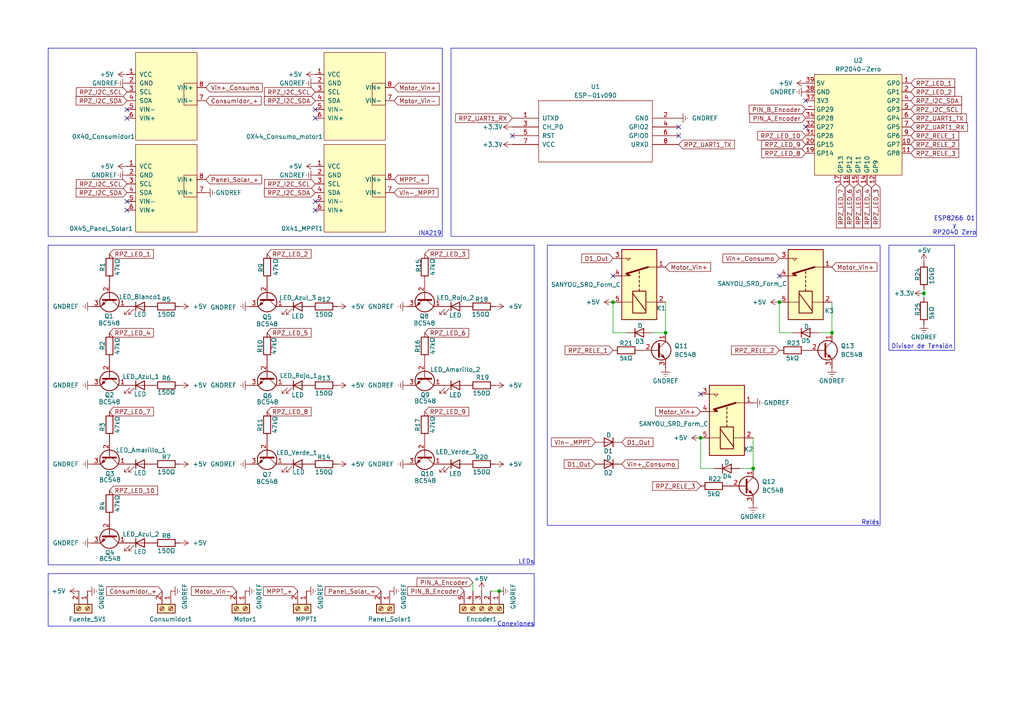
<source format=kicad_sch>
(kicad_sch (version 20231120) (generator "eeschema") (generator_version "8.0")
  (paper "A4")
  (title_block (title "Etapa de Control") (date "28/10/2024") (rev "2") (company "IMPA - Gravicap"))
  (junction (at 241.3 96.52))
  (junction (at 177.8 87.63))
  (junction (at 267.97 85.09))
  (junction (at 193.04 96.52))
  (junction (at 203.2 127))
  (junction (at 226.06 87.63))
  (junction (at 144.78 171.45))
  (junction (at 218.44 135.89))
  (no_connect (at 148.59 39.37))
  (no_connect (at 196.85 39.37))
  (no_connect (at 233.68 36.83))
  (no_connect (at 36.83 58.42))
  (no_connect (at 91.44 60.96))
  (no_connect (at 177.8 80.01))
  (no_connect (at 91.44 58.42))
  (no_connect (at 196.85 36.83))
  (no_connect (at 36.83 34.29))
  (no_connect (at 91.44 34.29))
  (no_connect (at 36.83 31.75))
  (no_connect (at 91.44 31.75))
  (no_connect (at 233.68 29.21))
  (no_connect (at 36.83 60.96))
  (no_connect (at 203.2 114.3))
  (no_connect (at 226.06 80.01))
  (wire (pts (xy 142.24 171.45) (xy 144.78 171.45)))
  (wire (pts (xy 267.97 85.09) (xy 267.97 86.36)))
  (wire (pts (xy 229.87 96.52) (xy 226.06 96.52)))
  (wire (pts (xy 193.04 87.63) (xy 193.04 96.52)))
  (wire (pts (xy 241.3 96.52) (xy 241.3 87.63)))
  (wire (pts (xy 137.16 168.91) (xy 137.16 171.45)))
  (wire (pts (xy 203.2 135.89) (xy 203.2 127)))
  (wire (pts (xy 214.63 135.89) (xy 218.44 135.89)))
  (wire (pts (xy 218.44 135.89) (xy 218.44 127)))
  (wire (pts (xy 181.61 96.52) (xy 177.8 96.52)))
  (wire (pts (xy 177.8 96.52) (xy 177.8 87.63)))
  (wire (pts (xy 226.06 96.52) (xy 226.06 87.63)))
  (wire (pts (xy 267.97 83.82) (xy 267.97 85.09)))
  (wire (pts (xy 207.01 135.89) (xy 203.2 135.89)))
  (wire (pts (xy 189.23 96.52) (xy 193.04 96.52)))
  (wire (pts (xy 237.49 96.52) (xy 241.3 96.52)))
  (rectangle (start 257.81 71.12) (end 276.86 101.6))
  (rectangle (start 158.75 71.12) (end 255.27 152.4))
  (rectangle (start 13.97 13.97) (end 128.27 68.58))
  (rectangle (start 13.97 71.12) (end 154.94 163.83))
  (rectangle (start 13.97 166.37) (end 154.94 181.61))
  (rectangle (start 130.81 13.97) (end 283.21 68.58))
  (text "Relés" (at 252.476 151.638 0) (effects (font (size 1.27 1.27))))
  (text "INA219" (at 124.714 67.818 0) (effects (font (size 1.27 1.27))))
  (text "ESP8266 01\ny\nRP2040 Zero" (at 276.86 65.532 0) (effects (font (size 1.27 1.27))))
  (text "Divisor de Tensión" (at 267.462 100.584 0) (effects (font (size 1.27 1.27))))
  (text "LEDs" (at 152.654 163.068 0) (effects (font (size 1.27 1.27))))
  (text "Conexiones" (at 149.606 181.102 0) (effects (font (size 1.27 1.27))))
  (global_label "RPZ_I2C_SCL" (shape input) (at 36.83 53.34 180) (property "Intersheetrefs" "${INTERSHEET_REFS}" (effects (hide yes))))
  (global_label "RPZ_LED_3" (shape input) (at 254 53.34 270) (property "Intersheetrefs" "${INTERSHEET_REFS}" (effects (hide yes))))
  (global_label "RPZ_LED_3" (shape input) (at 123.19 73.66 0) (property "Intersheetrefs" "${INTERSHEET_REFS}" (effects (hide yes))))
  (global_label "RPZ_RELE_1" (shape input) (at 177.8 101.6 180) (property "Intersheetrefs" "${INTERSHEET_REFS}" (effects (hide yes))))
  (global_label "RPZ_I2C_SDA" (shape input) (at 36.83 29.21 180) (property "Intersheetrefs" "${INTERSHEET_REFS}" (effects (hide yes))))
  (global_label "PIN_B_Encoder" (shape input) (at 233.68 31.75 180) (property "Intersheetrefs" "${INTERSHEET_REFS}" (effects (hide yes))))
  (global_label "RPZ_RELE_2" (shape input) (at 226.06 101.6 180) (property "Intersheetrefs" "${INTERSHEET_REFS}" (effects (hide yes))))
  (global_label "MPPT_+" (shape input) (at 86.36 171.45 180) (property "Intersheetrefs" "${INTERSHEET_REFS}" (effects (hide yes))))
  (global_label "Vin+_Consumo" (shape input) (at 180.34 134.62 0) (property "Intersheetrefs" "${INTERSHEET_REFS}" (effects (hide yes))))
  (global_label "RPZ_LED_9" (shape input) (at 123.19 119.38 0) (property "Intersheetrefs" "${INTERSHEET_REFS}" (effects (hide yes))))
  (global_label "RPZ_I2C_SCL" (shape input) (at 91.44 53.34 180) (property "Intersheetrefs" "${INTERSHEET_REFS}" (effects (hide yes))))
  (global_label "Vin+_Consumo" (shape input) (at 59.69 25.4 0) (property "Intersheetrefs" "${INTERSHEET_REFS}" (effects (hide yes))))
  (global_label "Panel_Solar_+" (shape input) (at 110.49 171.45 180) (property "Intersheetrefs" "${INTERSHEET_REFS}" (effects (hide yes))))
  (global_label "Panel_Solar_+" (shape input) (at 59.69 52.07 0) (property "Intersheetrefs" "${INTERSHEET_REFS}" (effects (hide yes))))
  (global_label "RPZ_LED_6" (shape input) (at 246.38 53.34 270) (property "Intersheetrefs" "${INTERSHEET_REFS}" (effects (hide yes))))
  (global_label "RPZ_I2C_SDA" (shape input) (at 91.44 55.88 180) (property "Intersheetrefs" "${INTERSHEET_REFS}" (effects (hide yes))))
  (global_label "RPZ_LED_5" (shape input) (at 77.47 96.52 0) (property "Intersheetrefs" "${INTERSHEET_REFS}" (effects (hide yes))))
  (global_label "RPZ_LED_4" (shape input) (at 31.75 96.52 0) (property "Intersheetrefs" "${INTERSHEET_REFS}" (effects (hide yes))))
  (global_label "RPZ_RELE_3" (shape input) (at 203.2 140.97 180) (property "Intersheetrefs" "${INTERSHEET_REFS}" (effects (hide yes))))
  (global_label "Motor_Vin-" (shape input) (at 114.3 29.21 0) (property "Intersheetrefs" "${INTERSHEET_REFS}" (effects (hide yes))))
  (global_label "RPZ_LED_10" (shape input) (at 31.75 142.24 0) (property "Intersheetrefs" "${INTERSHEET_REFS}" (effects (hide yes))))
  (global_label "RPZ_I2C_SCL" (shape input) (at 264.16 31.75 0) (property "Intersheetrefs" "${INTERSHEET_REFS}" (effects (hide yes))))
  (global_label "RPZ_LED_6" (shape input) (at 123.19 96.52 0) (property "Intersheetrefs" "${INTERSHEET_REFS}" (effects (hide yes))))
  (global_label "Consumidor_+" (shape input) (at 59.69 29.21 0) (property "Intersheetrefs" "${INTERSHEET_REFS}" (effects (hide yes))))
  (global_label "Motor_Vin+" (shape input) (at 203.2 119.38 180) (property "Intersheetrefs" "${INTERSHEET_REFS}" (effects (hide yes))))
  (global_label "PIN_B_Encoder" (shape input) (at 134.62 171.45 180) (property "Intersheetrefs" "${INTERSHEET_REFS}" (effects (hide yes))))
  (global_label "PIN_A_Encoder" (shape input) (at 233.68 34.29 180) (property "Intersheetrefs" "${INTERSHEET_REFS}" (effects (hide yes))))
  (global_label "RPZ_I2C_SCL" (shape input) (at 91.44 26.67 180) (property "Intersheetrefs" "${INTERSHEET_REFS}" (effects (hide yes))))
  (global_label "RPZ_RELE_3" (shape input) (at 264.16 44.45 0) (property "Intersheetrefs" "${INTERSHEET_REFS}" (effects (hide yes))))
  (global_label "RPZ_LED_10" (shape input) (at 233.68 39.37 180) (property "Intersheetrefs" "${INTERSHEET_REFS}" (effects (hide yes))))
  (global_label "RPZ_UART1_RX" (shape input) (at 264.16 36.83 0) (property "Intersheetrefs" "${INTERSHEET_REFS}" (effects (hide yes))))
  (global_label "RPZ_UART1_TX" (shape input) (at 264.16 34.29 0) (property "Intersheetrefs" "${INTERSHEET_REFS}" (effects (hide yes))))
  (global_label "RPZ_LED_4" (shape input) (at 251.46 53.34 270) (property "Intersheetrefs" "${INTERSHEET_REFS}" (effects (hide yes))))
  (global_label "RPZ_I2C_SDA" (shape input) (at 91.44 29.21 180) (property "Intersheetrefs" "${INTERSHEET_REFS}" (effects (hide yes))))
  (global_label "Motor_Vin-" (shape input) (at 68.58 171.45 180) (property "Intersheetrefs" "${INTERSHEET_REFS}" (effects (hide yes))))
  (global_label "RPZ_LED_5" (shape input) (at 248.92 53.34 270) (property "Intersheetrefs" "${INTERSHEET_REFS}" (effects (hide yes))))
  (global_label "RPZ_LED_7" (shape input) (at 243.84 53.34 270) (property "Intersheetrefs" "${INTERSHEET_REFS}" (effects (hide yes))))
  (global_label "Motor_Vin+" (shape input) (at 241.3 77.47 0) (property "Intersheetrefs" "${INTERSHEET_REFS}" (effects (hide yes))))
  (global_label "Motor_Vin+" (shape input) (at 193.04 77.47 0) (property "Intersheetrefs" "${INTERSHEET_REFS}" (effects (hide yes))))
  (global_label "RPZ_LED_2" (shape input) (at 77.47 73.66 0) (property "Intersheetrefs" "${INTERSHEET_REFS}" (effects (hide yes))))
  (global_label "RPZ_UART1_TX" (shape input) (at 196.85 41.91 0) (property "Intersheetrefs" "${INTERSHEET_REFS}" (effects (hide yes))))
  (global_label "RPZ_I2C_SDA" (shape input) (at 264.16 29.21 0) (property "Intersheetrefs" "${INTERSHEET_REFS}" (effects (hide yes))))
  (global_label "D1_Out" (shape input) (at 172.72 134.62 180) (property "Intersheetrefs" "${INTERSHEET_REFS}" (effects (hide yes))))
  (global_label "RPZ_LED_8" (shape input) (at 233.68 44.45 180) (property "Intersheetrefs" "${INTERSHEET_REFS}" (effects (hide yes))))
  (global_label "Consumidor_+" (shape input) (at 46.99 171.45 180) (property "Intersheetrefs" "${INTERSHEET_REFS}" (effects (hide yes))))
  (global_label "RPZ_UART1_RX" (shape input) (at 148.59 34.29 180) (property "Intersheetrefs" "${INTERSHEET_REFS}" (effects (hide yes))))
  (global_label "RPZ_LED_8" (shape input) (at 77.47 119.38 0) (property "Intersheetrefs" "${INTERSHEET_REFS}" (effects (hide yes))))
  (global_label "PIN_A_Encoder" (shape input) (at 137.16 168.91 180) (property "Intersheetrefs" "${INTERSHEET_REFS}" (effects (hide yes))))
  (global_label "RPZ_LED_7" (shape input) (at 31.75 119.38 0) (property "Intersheetrefs" "${INTERSHEET_REFS}" (effects (hide yes))))
  (global_label "RPZ_RELE_2" (shape input) (at 264.16 41.91 0) (property "Intersheetrefs" "${INTERSHEET_REFS}" (effects (hide yes))))
  (global_label "Vin-_MPPT" (shape input) (at 114.3 55.88 0) (property "Intersheetrefs" "${INTERSHEET_REFS}" (effects (hide yes))))
  (global_label "RPZ_RELE_1" (shape input) (at 264.16 39.37 0) (property "Intersheetrefs" "${INTERSHEET_REFS}" (effects (hide yes))))
  (global_label "RPZ_LED_1" (shape input) (at 31.75 73.66 0) (property "Intersheetrefs" "${INTERSHEET_REFS}" (effects (hide yes))))
  (global_label "RPZ_LED_1" (shape input) (at 264.16 24.13 0) (property "Intersheetrefs" "${INTERSHEET_REFS}" (effects (hide yes))))
  (global_label "Vin-_MPPT" (shape input) (at 172.72 128.27 180) (property "Intersheetrefs" "${INTERSHEET_REFS}" (effects (hide yes))))
  (global_label "Motor_Vin+" (shape input) (at 114.3 25.4 0) (property "Intersheetrefs" "${INTERSHEET_REFS}" (effects (hide yes))))
  (global_label "MPPT_+" (shape input) (at 114.3 52.07 0) (property "Intersheetrefs" "${INTERSHEET_REFS}" (effects (hide yes))))
  (global_label "D1_Out" (shape input) (at 177.8 74.93 180) (property "Intersheetrefs" "${INTERSHEET_REFS}" (effects (hide yes))))
  (global_label "D1_Out" (shape input) (at 180.34 128.27 0) (property "Intersheetrefs" "${INTERSHEET_REFS}" (effects (hide yes))))
  (global_label "Vin+_Consumo" (shape input) (at 226.06 74.93 180) (property "Intersheetrefs" "${INTERSHEET_REFS}" (effects (hide yes))))
  (global_label "RPZ_I2C_SCL" (shape input) (at 36.83 26.67 180) (property "Intersheetrefs" "${INTERSHEET_REFS}" (effects (hide yes))))
  (global_label "RPZ_LED_9" (shape input) (at 233.68 41.91 180) (property "Intersheetrefs" "${INTERSHEET_REFS}" (effects (hide yes))))
  (global_label "RPZ_I2C_SDA" (shape input) (at 36.83 55.88 180) (property "Intersheetrefs" "${INTERSHEET_REFS}" (effects (hide yes))))
  (global_label "RPZ_LED_2" (shape input) (at 264.16 26.67 0) (property "Intersheetrefs" "${INTERSHEET_REFS}" (effects (hide yes))))
  (symbol (lib_id "Device:R") (at 139.7 111.76 270) (unit 1)
    (property "Reference" "R19" (at 139.954 109.474 90))
    (property "Value" "150Ω" (at 139.7 114.046 90))
    (property "Footprint" "Resistor_THT:R_Axial_DIN0204_L3.6mm_D1.6mm_P7.62mm_Horizontal" (effects (hide yes)))
    (property "Description" "Resistor" (effects (hide yes)))
  )
  (symbol (lib_id "Device:R") (at 93.98 134.62 270) (unit 1)
    (property "Reference" "R14" (at 93.98 132.588 90))
    (property "Value" "150Ω" (at 93.98 136.906 90))
    (property "Footprint" "Resistor_THT:R_Axial_DIN0204_L3.6mm_D1.6mm_P7.62mm_Horizontal" (effects (hide yes)))
    (property "Description" "Resistor" (effects (hide yes)))
  )
  (symbol (lib_id "Device:R") (at 31.75 146.05 180) (unit 1)
    (property "Reference" "R4" (at 29.718 148.082 90) (effects (justify right)))
    (property "Value" "47kΩ" (at 34.036 148.59 90) (effects (justify right)))
    (property "Footprint" "Resistor_THT:R_Axial_DIN0204_L3.6mm_D1.6mm_P7.62mm_Horizontal" (effects (hide yes)))
    (property "Description" "Resistor" (effects (hide yes)))
  )
  (symbol (lib_id "Device:R") (at 267.97 90.17 180) (unit 1)
    (property "Reference" "R25" (at 266.192 91.694 90) (effects (justify right)))
    (property "Value" "5kΩ" (at 270.256 92.71 90) (effects (justify right)))
    (property "Footprint" "Resistor_THT:R_Axial_DIN0204_L3.6mm_D1.6mm_P7.62mm_Horizontal" (effects (hide yes)))
    (property "Description" "Resistor" (effects (hide yes)))
  )
  (symbol (lib_id "Transistor_BJT:BC548") (at 190.5 101.6 0) (unit 1)
    (property "Reference" "Q11" (at 195.58 100.3299 0) (effects (justify left)))
    (property "Value" "BC548" (at 195.58 102.8699 0) (effects (justify left)))
    (property "Footprint" "Package_TO_SOT_THT:TO-92_Inline" (effects (hide yes)))
    (property "Datasheet" "https://www.onsemi.com/pub/Collateral/BC550-D.pdf" (effects (hide yes)))
    (property "Description" "0.1A Ic, 30V Vce, Small Signal NPN Transistor, TO-92" (effects (hide yes)))
  )
  (symbol (lib_id "power:+5V") (at 203.2 127 90) (unit 1)
    (property "Reference" "#PWR043" (effects (hide yes)))
    (property "Value" "+5V" (at 199.39 126.9999 90) (effects (justify left)))
    (property "Description" "Power symbol creates a global label with name \"+5V\"" (effects (hide yes)))
  )
  (symbol (lib_id "power:+5V") (at 143.51 111.76 270) (unit 1)
    (property "Reference" "#PWR035" (effects (hide yes)))
    (property "Value" "+5V" (at 147.32 111.7599 90) (effects (justify left)))
    (property "Description" "Power symbol creates a global label with name \"+5V\"" (effects (hide yes)))
  )
  (symbol (lib_id "power:GNDREF") (at 233.68 26.67 270) (unit 1)
    (property "Reference" "#PWR048" (effects (hide yes)))
    (property "Value" "GNDREF" (at 227.076 26.67 90))
    (property "Description" "Power symbol creates a global label with name \"GNDREF\" , reference supply ground" (effects (hide yes)))
  )
  (symbol (lib_id "power:GNDREF") (at 118.11 111.76 270) (unit 1)
    (property "Reference" "#PWR031" (effects (hide yes)))
    (property "Value" "GNDREF" (at 114.3 111.7599 90) (effects (justify right)))
    (property "Description" "Power symbol creates a global label with name \"GNDREF\" , reference supply ground" (effects (hide yes)))
  )
  (symbol (lib_id "Connector:Screw_Terminal_01x05") (at 139.7 176.53 270) (unit 1)
    (property "Reference" "Encoder1" (at 139.7 179.59 90))
    (property "Value" "Screw_Terminal_01x05" (effects (hide yes)))
    (property "Footprint" "TerminalBlock:TerminalBlock_bornier-5_P5.08mm" (effects (hide yes)))
    (property "Description" "Generic screw terminal, single row, 01x05, script generated (kicad-library-utils/schlib/autogen/connector/)" (effects (hide yes)))
  )
  (symbol (lib_id "power:GNDREF") (at 144.78 171.45 90) (unit 1)
    (property "Reference" "#PWR037" (effects (hide yes)))
    (property "Value" "GNDREF" (at 148.844 172.974 0))
    (property "Description" "Power symbol creates a global label with name \"GNDREF\" , reference supply ground" (effects (hide yes)))
  )
  (symbol (lib_name "module_ina219_2") (lib_id "usini_sensors:module_ina219") (at 91.44 26.67 0) (unit 1)
    (property "Reference" "0X44_Consumo_motor1" (at 71.374 39.624 0) (effects (justify left)))
    (property "Value" "module_ina219" (effects (hide yes)))
    (property "Footprint" "RP2040-Zero:module_ina219" (effects (hide yes)))
  )
  (symbol (lib_id "Device:R") (at 77.47 123.19 180) (unit 1)
    (property "Reference" "R11" (at 75.438 125.222 90) (effects (justify right)))
    (property "Value" "47kΩ" (at 79.756 125.73 90) (effects (justify right)))
    (property "Footprint" "Resistor_THT:R_Axial_DIN0204_L3.6mm_D1.6mm_P7.62mm_Horizontal" (effects (hide yes)))
    (property "Description" "Resistor" (effects (hide yes)))
  )
  (symbol (lib_id "Device:R") (at 48.26 157.48 270) (unit 1)
    (property "Reference" "R8" (at 48.26 155.448 90))
    (property "Value" "150Ω" (at 48.26 159.766 90))
    (property "Footprint" "Resistor_THT:R_Axial_DIN0204_L3.6mm_D1.6mm_P7.62mm_Horizontal" (effects (hide yes)))
    (property "Description" "Resistor" (effects (hide yes)))
  )
  (symbol (lib_id "power:GNDREF") (at 59.69 55.88 90) (unit 1)
    (property "Reference" "#PWR016" (effects (hide yes)))
    (property "Value" "GNDREF" (at 66.294 55.88 90))
    (property "Description" "Power symbol creates a global label with name \"GNDREF\" , reference supply ground" (effects (hide yes)))
  )
  (symbol (lib_id "power:+3.3V") (at 148.59 41.91 90) (unit 1)
    (property "Reference" "#PWR039" (effects (hide yes)))
    (property "Value" "+3.3V" (at 145.796 41.91 90) (effects (justify left)))
    (property "Description" "Power symbol creates a global label with name \"+3.3V\"" (effects (hide yes)))
  )
  (symbol (lib_id "power:GNDREF") (at 118.11 134.62 270) (unit 1)
    (property "Reference" "#PWR032" (effects (hide yes)))
    (property "Value" "GNDREF" (at 114.3 134.6199 90) (effects (justify right)))
    (property "Description" "Power symbol creates a global label with name \"GNDREF\" , reference supply ground" (effects (hide yes)))
  )
  (symbol (lib_id "Device:D") (at 176.53 134.62 180) (unit 1)
    (property "Reference" "D2" (at 177.8001 137.16 0) (effects (justify left)))
    (property "Value" "D" (at 177.292 132.842 0) (effects (justify left)))
    (property "Footprint" "Diode_THT:D_5W_P10.16mm_Horizontal" (effects (hide yes)))
    (property "Description" "Diode" (effects (hide yes)))
    (property "Sim.Device" "D" (effects (hide yes)))
    (property "Sim.Pins" "1=K 2=A" (effects (hide yes)))
  )
  (symbol (lib_id "ESP8266:ESP-01v090") (at 172.72 38.1 0) (unit 1)
    (property "Reference" "U1" (at 172.72 25.146 0))
    (property "Value" "ESP-01v090" (at 172.72 27.686 0))
    (property "Footprint" "RP2040-Zero:ESP-01" (effects (hide yes)))
    (property "Datasheet" "http://l0l.org.uk/2014/12/esp8266-modules-hardware-guide-gotta-catch-em-all/" (effects (hide yes)))
    (property "Description" "ESP8266 ESP-01 module, v090" (effects (hide yes)))
  )
  (symbol (lib_id "Relay:SANYOU_SRD_Form_C") (at 185.42 82.55 90) (unit 1)
    (property "Reference" "K1" (at 191.77 89.408 90))
    (property "Value" "SANYOU_SRD_Form_C" (at 169.926 82.55 90))
    (property "Footprint" "Relay_THT:Relay_SPDT_SANYOU_SRD_Series_Form_C" (effects (hide yes)))
    (property "Datasheet" "http://www.sanyourelay.ca/public/products/pdf/SRD.pdf" (effects (hide yes)))
    (property "Description" "Sanyo SRD relay, Single Pole Miniature Power Relay," (effects (hide yes)))
  )
  (symbol (lib_id "Device:LED") (at 132.08 88.9 0) (unit 1)
    (property "Reference" "LED_Rojo_2" (at 132.08 86.36 0))
    (property "Value" "LED" (at 132.08 91.44 0))
    (property "Footprint" "LED_THT:LED_D3.0mm" (effects (hide yes)))
    (property "Description" "Light emitting diode" (effects (hide yes)))
  )
  (symbol (lib_id "Device:R") (at 123.19 77.47 180) (unit 1)
    (property "Reference" "R15" (at 121.412 78.994 90) (effects (justify right)))
    (property "Value" "47kΩ" (at 125.476 80.01 90) (effects (justify right)))
    (property "Footprint" "Resistor_THT:R_Axial_DIN0204_L3.6mm_D1.6mm_P7.62mm_Horizontal" (effects (hide yes)))
    (property "Description" "Resistor" (effects (hide yes)))
  )
  (symbol (lib_id "power:GNDREF") (at 49.53 171.45 90) (unit 1)
    (property "Reference" "#PWR011" (effects (hide yes)))
    (property "Value" "GNDREF" (at 53.594 172.974 0))
    (property "Description" "Power symbol creates a global label with name \"GNDREF\" , reference supply ground" (effects (hide yes)))
  )
  (symbol (lib_id "power:+5V") (at 36.83 48.26 90) (unit 1)
    (property "Reference" "#PWR09" (effects (hide yes)))
    (property "Value" "+5V" (at 33.02 48.2599 90) (effects (justify left)))
    (property "Description" "Power symbol creates a global label with name \"+5V\"" (effects (hide yes)))
  )
  (symbol (lib_id "Connector:Screw_Terminal_01x02") (at 88.9 176.53 270) (unit 1)
    (property "Reference" "MPPT1" (at 88.9 179.59 90))
    (property "Value" "Screw_Terminal_01x02" (effects (hide yes)))
    (property "Footprint" "TerminalBlock:TerminalBlock_bornier-2_P5.08mm" (effects (hide yes)))
    (property "Description" "Generic screw terminal, single row, 01x02, script generated (kicad-library-utils/schlib/autogen/connector/)" (effects (hide yes)))
  )
  (symbol (lib_id "Transistor_BJT:BC548") (at 77.47 109.22 270) (unit 1)
    (property "Reference" "Q6" (at 76.2 114.808 90) (effects (justify left)))
    (property "Value" "BC548" (at 74.422 116.586 90) (effects (justify left)))
    (property "Footprint" "Package_TO_SOT_THT:TO-92_Inline" (effects (hide yes)))
    (property "Datasheet" "https://www.onsemi.com/pub/Collateral/BC550-D.pdf" (effects (hide yes)))
    (property "Description" "0.1A Ic, 30V Vce, Small Signal NPN Transistor, TO-92" (effects (hide yes)))
  )
  (symbol (lib_id "power:GNDREF") (at 218.44 146.05 0) (unit 1)
    (property "Reference" "#PWR045" (effects (hide yes)))
    (property "Value" "GNDREF" (at 218.44 149.86 0))
    (property "Description" "Power symbol creates a global label with name \"GNDREF\" , reference supply ground" (effects (hide yes)))
  )
  (symbol (lib_id "power:+5V") (at 139.7 171.45 0) (unit 1)
    (property "Reference" "#PWR033" (effects (hide yes)))
    (property "Value" "+5V" (at 139.446 167.894 0))
    (property "Description" "Power symbol creates a global label with name \"+5V\"" (effects (hide yes)))
  )
  (symbol (lib_name "module_ina219_3") (lib_id "usini_sensors:module_ina219") (at 36.83 26.67 0) (unit 1)
    (property "Reference" "0X40_Consumidor1" (at 20.828 39.624 0) (effects (justify left)))
    (property "Value" "module_ina219" (effects (hide yes)))
    (property "Footprint" "RP2040-Zero:module_ina219" (effects (hide yes)))
  )
  (symbol (lib_id "Device:D") (at 210.82 135.89 0) (unit 1)
    (property "Reference" "D4" (at 209.55 138.176 0) (effects (justify left)))
    (property "Value" "D" (at 210.058 134.112 0) (effects (justify left)))
    (property "Footprint" "Diode_THT:D_5W_P10.16mm_Horizontal" (effects (hide yes)))
    (property "Description" "Diode" (effects (hide yes)))
    (property "Sim.Device" "D" (effects (hide yes)))
    (property "Sim.Pins" "1=K 2=A" (effects (hide yes)))
  )
  (symbol (lib_id "Device:LED") (at 132.08 134.62 0) (unit 1)
    (property "Reference" "LED_Verde_2" (at 132.334 131.064 0))
    (property "Value" "LED" (at 132.08 137.414 0))
    (property "Footprint" "LED_THT:LED_D3.0mm" (effects (hide yes)))
    (property "Description" "Light emitting diode" (effects (hide yes)))
  )
  (symbol (lib_id "power:+5V") (at 52.07 157.48 270) (unit 1)
    (property "Reference" "#PWR015" (effects (hide yes)))
    (property "Value" "+5V" (at 55.88 157.4799 90) (effects (justify left)))
    (property "Description" "Power symbol creates a global label with name \"+5V\"" (effects (hide yes)))
  )
  (symbol (lib_id "Device:R") (at 267.97 80.01 180) (unit 1)
    (property "Reference" "R24" (at 266.192 81.534 90) (effects (justify right)))
    (property "Value" "10kΩ" (at 270.256 82.55 90) (effects (justify right)))
    (property "Footprint" "Resistor_THT:R_Axial_DIN0204_L3.6mm_D1.6mm_P7.62mm_Horizontal" (effects (hide yes)))
    (property "Description" "Resistor" (effects (hide yes)))
  )
  (symbol (lib_id "power:+5V") (at 226.06 87.63 90) (unit 1)
    (property "Reference" "#PWR046" (effects (hide yes)))
    (property "Value" "+5V" (at 222.25 87.6299 90) (effects (justify left)))
    (property "Description" "Power symbol creates a global label with name \"+5V\"" (effects (hide yes)))
  )
  (symbol (lib_id "Connector:Screw_Terminal_01x02") (at 71.12 176.53 270) (unit 1)
    (property "Reference" "Motor1" (at 71.12 179.59 90))
    (property "Value" "Screw_Terminal_01x02" (effects (hide yes)))
    (property "Footprint" "TerminalBlock:TerminalBlock_bornier-2_P5.08mm" (effects (hide yes)))
    (property "Description" "Generic screw terminal, single row, 01x02, script generated (kicad-library-utils/schlib/autogen/connector/)" (effects (hide yes)))
  )
  (symbol (lib_id "Device:R") (at 181.61 101.6 270) (unit 1)
    (property "Reference" "R21" (at 181.61 99.568 90))
    (property "Value" "5kΩ" (at 181.61 103.886 90))
    (property "Footprint" "Resistor_THT:R_Axial_DIN0204_L3.6mm_D1.6mm_P7.62mm_Horizontal" (effects (hide yes)))
    (property "Description" "Resistor" (effects (hide yes)))
  )
  (symbol (lib_id "Transistor_BJT:BC548") (at 123.19 132.08 270) (unit 1)
    (property "Reference" "Q10" (at 121.92 137.414 90) (effects (justify left)))
    (property "Value" "BC548" (at 120.142 139.446 90) (effects (justify left)))
    (property "Footprint" "Package_TO_SOT_THT:TO-92_Inline" (effects (hide yes)))
    (property "Datasheet" "https://www.onsemi.com/pub/Collateral/BC550-D.pdf" (effects (hide yes)))
    (property "Description" "0.1A Ic, 30V Vce, Small Signal NPN Transistor, TO-92" (effects (hide yes)))
  )
  (symbol (lib_id "Transistor_BJT:BC548") (at 123.19 86.36 270) (unit 1)
    (property "Reference" "Q8" (at 121.666 91.694 90) (effects (justify left)))
    (property "Value" "BC548" (at 119.888 93.726 90) (effects (justify left)))
    (property "Footprint" "Package_TO_SOT_THT:TO-92_Inline" (effects (hide yes)))
    (property "Datasheet" "https://www.onsemi.com/pub/Collateral/BC550-D.pdf" (effects (hide yes)))
    (property "Description" "0.1A Ic, 30V Vce, Small Signal NPN Transistor, TO-92" (effects (hide yes)))
  )
  (symbol (lib_id "power:GNDREF") (at 25.4 171.45 90) (unit 1)
    (property "Reference" "#PWR02" (effects (hide yes)))
    (property "Value" "GNDREF" (at 29.464 172.974 0))
    (property "Description" "Power symbol creates a global label with name \"GNDREF\" , reference supply ground" (effects (hide yes)))
  )
  (symbol (lib_id "Transistor_BJT:BC548") (at 31.75 132.08 270) (unit 1)
    (property "Reference" "Q3" (at 30.48 137.414 90) (effects (justify left)))
    (property "Value" "BC548" (at 28.702 139.192 90) (effects (justify left)))
    (property "Footprint" "Package_TO_SOT_THT:TO-92_Inline" (effects (hide yes)))
    (property "Datasheet" "https://www.onsemi.com/pub/Collateral/BC550-D.pdf" (effects (hide yes)))
    (property "Description" "0.1A Ic, 30V Vce, Small Signal NPN Transistor, TO-92" (effects (hide yes)))
  )
  (symbol (lib_id "power:+5V") (at 36.83 21.59 90) (unit 1)
    (property "Reference" "#PWR07" (effects (hide yes)))
    (property "Value" "+5V" (at 33.02 21.5899 90) (effects (justify left)))
    (property "Description" "Power symbol creates a global label with name \"+5V\"" (effects (hide yes)))
  )
  (symbol (lib_id "Transistor_BJT:BC548") (at 31.75 86.36 270) (unit 1)
    (property "Reference" "Q1" (at 30.226 91.694 90) (effects (justify left)))
    (property "Value" "BC548" (at 28.448 93.726 90) (effects (justify left)))
    (property "Footprint" "Package_TO_SOT_THT:TO-92_Inline" (effects (hide yes)))
    (property "Datasheet" "https://www.onsemi.com/pub/Collateral/BC550-D.pdf" (effects (hide yes)))
    (property "Description" "0.1A Ic, 30V Vce, Small Signal NPN Transistor, TO-92" (effects (hide yes)))
  )
  (symbol (lib_name "module_ina219_1") (lib_id "usini_sensors:module_ina219") (at 91.44 53.34 0) (unit 1)
    (property "Reference" "0X41_MPPT1" (at 81.534 66.294 0) (effects (justify left)))
    (property "Value" "module_ina219" (effects (hide yes)))
    (property "Footprint" "RP2040-Zero:module_ina219" (effects (hide yes)))
  )
  (symbol (lib_id "power:GNDREF") (at 88.9 171.45 90) (unit 1)
    (property "Reference" "#PWR021" (effects (hide yes)))
    (property "Value" "GNDREF" (at 92.964 172.974 0))
    (property "Description" "Power symbol creates a global label with name \"GNDREF\" , reference supply ground" (effects (hide yes)))
  )
  (symbol (lib_id "power:GNDREF") (at 72.39 111.76 270) (unit 1)
    (property "Reference" "#PWR019" (effects (hide yes)))
    (property "Value" "GNDREF" (at 68.58 111.7599 90) (effects (justify right)))
    (property "Description" "Power symbol creates a global label with name \"GNDREF\" , reference supply ground" (effects (hide yes)))
  )
  (symbol (lib_id "power:+5V") (at 267.97 76.2 0) (unit 1)
    (property "Reference" "#PWR050" (effects (hide yes)))
    (property "Value" "+5V" (at 267.97 72.644 0))
    (property "Description" "Power symbol creates a global label with name \"+5V\"" (effects (hide yes)))
  )
  (symbol (lib_id "power:+5V") (at 52.07 134.62 270) (unit 1)
    (property "Reference" "#PWR014" (effects (hide yes)))
    (property "Value" "+5V" (at 55.88 134.6199 90) (effects (justify left)))
    (property "Description" "Power symbol creates a global label with name \"+5V\"" (effects (hide yes)))
  )
  (symbol (lib_id "power:+5V") (at 91.44 21.59 90) (unit 1)
    (property "Reference" "#PWR022" (effects (hide yes)))
    (property "Value" "+5V" (at 87.63 21.5899 90) (effects (justify left)))
    (property "Description" "Power symbol creates a global label with name \"+5V\"" (effects (hide yes)))
  )
  (symbol (lib_id "power:GNDREF") (at 193.04 106.68 0) (unit 1)
    (property "Reference" "#PWR041" (effects (hide yes)))
    (property "Value" "GNDREF" (at 193.04 110.49 0))
    (property "Description" "Power symbol creates a global label with name \"GNDREF\" , reference supply ground" (effects (hide yes)))
  )
  (symbol (lib_id "power:GNDREF") (at 196.85 34.29 90) (unit 1)
    (property "Reference" "#PWR042" (effects (hide yes)))
    (property "Value" "GNDREF" (at 200.66 34.2899 90) (effects (justify right)))
    (property "Description" "Power symbol creates a global label with name \"GNDREF\" , reference supply ground" (effects (hide yes)))
  )
  (symbol (lib_id "Connector:Screw_Terminal_01x02") (at 113.03 176.53 270) (unit 1)
    (property "Reference" "Panel_Solar1" (at 113.03 179.59 90))
    (property "Value" "Screw_Terminal_01x02" (effects (hide yes)))
    (property "Footprint" "TerminalBlock:TerminalBlock_bornier-2_P5.08mm" (effects (hide yes)))
    (property "Description" "Generic screw terminal, single row, 01x02, script generated (kicad-library-utils/schlib/autogen/connector/)" (effects (hide yes)))
  )
  (symbol (lib_id "power:GNDREF") (at 91.44 24.13 270) (unit 1)
    (property "Reference" "#PWR023" (effects (hide yes)))
    (property "Value" "GNDREF" (at 84.836 24.13 90))
    (property "Description" "Power symbol creates a global label with name \"GNDREF\" , reference supply ground" (effects (hide yes)))
  )
  (symbol (lib_id "power:GNDREF") (at 26.67 134.62 270) (unit 1)
    (property "Reference" "#PWR05" (effects (hide yes)))
    (property "Value" "GNDREF" (at 22.86 134.6199 90) (effects (justify right)))
    (property "Description" "Power symbol creates a global label with name \"GNDREF\" , reference supply ground" (effects (hide yes)))
  )
  (symbol (lib_id "Device:R") (at 123.19 123.19 180) (unit 1)
    (property "Reference" "R17" (at 121.158 125.222 90) (effects (justify right)))
    (property "Value" "47kΩ" (at 125.476 125.73 90) (effects (justify right)))
    (property "Footprint" "Resistor_THT:R_Axial_DIN0204_L3.6mm_D1.6mm_P7.62mm_Horizontal" (effects (hide yes)))
    (property "Description" "Resistor" (effects (hide yes)))
  )
  (symbol (lib_id "RP2040-Zero:RP2040-Zero") (at 248.92 29.21 0) (unit 1)
    (property "Reference" "U2" (at 248.92 17.526 0))
    (property "Value" "RP2040-Zero" (at 248.92 20.066 0))
    (property "Footprint" "GraviCap:RP2040 Zero" (effects (hide yes)))
  )
  (symbol (lib_id "power:GNDREF") (at 91.44 50.8 270) (unit 1)
    (property "Reference" "#PWR025" (effects (hide yes)))
    (property "Value" "GNDREF" (at 84.836 50.8 90))
    (property "Description" "Power symbol creates a global label with name \"GNDREF\" , reference supply ground" (effects (hide yes)))
  )
  (symbol (lib_id "Device:R") (at 93.98 88.9 270) (unit 1)
    (property "Reference" "R12" (at 93.98 86.868 90))
    (property "Value" "150Ω" (at 93.98 91.186 90))
    (property "Footprint" "Resistor_THT:R_Axial_DIN0204_L3.6mm_D1.6mm_P7.62mm_Horizontal" (effects (hide yes)))
    (property "Description" "Resistor" (effects (hide yes)))
  )
  (symbol (lib_id "power:+5V") (at 91.44 48.26 90) (unit 1)
    (property "Reference" "#PWR024" (effects (hide yes)))
    (property "Value" "+5V" (at 87.63 48.2599 90) (effects (justify left)))
    (property "Description" "Power symbol creates a global label with name \"+5V\"" (effects (hide yes)))
  )
  (symbol (lib_id "Device:R") (at 139.7 134.62 270) (unit 1)
    (property "Reference" "R20" (at 139.7 132.588 90))
    (property "Value" "150Ω" (at 139.7 136.906 90))
    (property "Footprint" "Resistor_THT:R_Axial_DIN0204_L3.6mm_D1.6mm_P7.62mm_Horizontal" (effects (hide yes)))
    (property "Description" "Resistor" (effects (hide yes)))
  )
  (symbol (lib_id "Transistor_BJT:BC548") (at 77.47 132.08 270) (unit 1)
    (property "Reference" "Q7" (at 77.47 137.668 90))
    (property "Value" "BC548" (at 77.47 139.7 90))
    (property "Footprint" "Package_TO_SOT_THT:TO-92_Inline" (effects (hide yes)))
    (property "Datasheet" "https://www.onsemi.com/pub/Collateral/BC550-D.pdf" (effects (hide yes)))
    (property "Description" "0.1A Ic, 30V Vce, Small Signal NPN Transistor, TO-92" (effects (hide yes)))
  )
  (symbol (lib_id "Device:LED") (at 40.64 157.48 0) (unit 1)
    (property "Reference" "LED_Azul_2" (at 40.894 154.94 0))
    (property "Value" "LED" (at 40.64 160.02 0))
    (property "Footprint" "LED_THT:LED_D3.0mm" (effects (hide yes)))
    (property "Description" "Light emitting diode" (effects (hide yes)))
  )
  (symbol (lib_id "power:GNDREF") (at 113.03 171.45 90) (unit 1)
    (property "Reference" "#PWR029" (effects (hide yes)))
    (property "Value" "GNDREF" (at 117.094 172.974 0))
    (property "Description" "Power symbol creates a global label with name \"GNDREF\" , reference supply ground" (effects (hide yes)))
  )
  (symbol (lib_id "Device:R") (at 123.19 100.33 180) (unit 1)
    (property "Reference" "R16" (at 121.158 102.362 90) (effects (justify right)))
    (property "Value" "47kΩ" (at 125.476 102.87 90) (effects (justify right)))
    (property "Footprint" "Resistor_THT:R_Axial_DIN0204_L3.6mm_D1.6mm_P7.62mm_Horizontal" (effects (hide yes)))
    (property "Description" "Resistor" (effects (hide yes)))
  )
  (symbol (lib_id "power:GNDREF") (at 241.3 106.68 0) (unit 1)
    (property "Reference" "#PWR049" (effects (hide yes)))
    (property "Value" "GNDREF" (at 241.3 110.49 0))
    (property "Description" "Power symbol creates a global label with name \"GNDREF\" , reference supply ground" (effects (hide yes)))
  )
  (symbol (lib_id "Device:R") (at 77.47 77.47 180) (unit 1)
    (property "Reference" "R9" (at 75.692 78.994 90) (effects (justify right)))
    (property "Value" "47kΩ" (at 80.01 80.01 90) (effects (justify right)))
    (property "Footprint" "Resistor_THT:R_Axial_DIN0204_L3.6mm_D1.6mm_P7.62mm_Horizontal" (effects (hide yes)))
    (property "Description" "Resistor" (effects (hide yes)))
  )
  (symbol (lib_id "power:+5V") (at 97.79 111.76 270) (unit 1)
    (property "Reference" "#PWR027" (effects (hide yes)))
    (property "Value" "+5V" (at 101.6 111.7599 90) (effects (justify left)))
    (property "Description" "Power symbol creates a global label with name \"+5V\"" (effects (hide yes)))
  )
  (symbol (lib_id "power:+3.3V") (at 267.97 85.09 90) (unit 1)
    (property "Reference" "#PWR051" (effects (hide yes)))
    (property "Value" "+3.3V" (at 265.176 85.09 90) (effects (justify left)))
    (property "Description" "Power symbol creates a global label with name \"+3.3V\"" (effects (hide yes)))
  )
  (symbol (lib_id "Device:R") (at 139.7 88.9 270) (unit 1)
    (property "Reference" "R18" (at 139.7 86.868 90))
    (property "Value" "150Ω" (at 139.446 91.186 90))
    (property "Footprint" "Resistor_THT:R_Axial_DIN0204_L3.6mm_D1.6mm_P7.62mm_Horizontal" (effects (hide yes)))
    (property "Description" "Resistor" (effects (hide yes)))
  )
  (symbol (lib_id "Device:R") (at 48.26 111.76 270) (unit 1)
    (property "Reference" "R6" (at 48.26 109.728 90))
    (property "Value" "150Ω" (at 48.26 113.792 90))
    (property "Footprint" "Resistor_THT:R_Axial_DIN0204_L3.6mm_D1.6mm_P7.62mm_Horizontal" (effects (hide yes)))
    (property "Description" "Resistor" (effects (hide yes)))
  )
  (symbol (lib_id "usini_sensors:module_ina219") (at 36.83 53.34 0) (unit 1)
    (property "Reference" "0X45_Panel_Solar1" (at 20.066 66.294 0) (effects (justify left)))
    (property "Value" "module_ina219" (effects (hide yes)))
    (property "Footprint" "RP2040-Zero:module_ina219" (effects (hide yes)))
  )
  (symbol (lib_id "power:+5V") (at 22.86 171.45 90) (unit 1)
    (property "Reference" "#PWR01" (effects (hide yes)))
    (property "Value" "+5V" (at 19.05 171.4499 90) (effects (justify left)))
    (property "Description" "Power symbol creates a global label with name \"+5V\"" (effects (hide yes)))
  )
  (symbol (lib_id "Transistor_BJT:BC548") (at 77.47 86.36 270) (unit 1)
    (property "Reference" "Q5" (at 77.47 91.948 90))
    (property "Value" "BC548" (at 77.47 93.98 90))
    (property "Footprint" "Package_TO_SOT_THT:TO-92_Inline" (effects (hide yes)))
    (property "Datasheet" "https://www.onsemi.com/pub/Collateral/BC550-D.pdf" (effects (hide yes)))
    (property "Description" "0.1A Ic, 30V Vce, Small Signal NPN Transistor, TO-92" (effects (hide yes)))
  )
  (symbol (lib_id "power:+5V") (at 97.79 88.9 270) (unit 1)
    (property "Reference" "#PWR026" (effects (hide yes)))
    (property "Value" "+5V" (at 101.6 88.8999 90) (effects (justify left)))
    (property "Description" "Power symbol creates a global label with name \"+5V\"" (effects (hide yes)))
  )
  (symbol (lib_id "power:+3.3V") (at 148.59 36.83 90) (unit 1)
    (property "Reference" "#PWR038" (effects (hide yes)))
    (property "Value" "+3.3V" (at 145.796 36.83 90) (effects (justify left)))
    (property "Description" "Power symbol creates a global label with name \"+3.3V\"" (effects (hide yes)))
  )
  (symbol (lib_id "power:GNDREF") (at 72.39 134.62 270) (unit 1)
    (property "Reference" "#PWR020" (effects (hide yes)))
    (property "Value" "GNDREF" (at 68.58 134.6199 90) (effects (justify right)))
    (property "Description" "Power symbol creates a global label with name \"GNDREF\" , reference supply ground" (effects (hide yes)))
  )
  (symbol (lib_id "power:GNDREF") (at 26.67 111.76 270) (unit 1)
    (property "Reference" "#PWR04" (effects (hide yes)))
    (property "Value" "GNDREF" (at 22.86 111.7599 90) (effects (justify right)))
    (property "Description" "Power symbol creates a global label with name \"GNDREF\" , reference supply ground" (effects (hide yes)))
  )
  (symbol (lib_id "Device:LED") (at 40.64 88.9 0) (unit 1)
    (property "Reference" "LED_Blanco1" (at 40.64 86.106 0))
    (property "Value" "LED" (at 40.64 91.186 0))
    (property "Footprint" "LED_THT:LED_D3.0mm" (effects (hide yes)))
    (property "Description" "Light emitting diode" (effects (hide yes)))
  )
  (symbol (lib_id "Device:LED") (at 86.36 134.62 0) (unit 1)
    (property "Reference" "LED_Verde_1" (at 86.106 131.318 0))
    (property "Value" "LED" (at 86.614 136.906 0))
    (property "Footprint" "LED_THT:LED_D3.0mm" (effects (hide yes)))
    (property "Description" "Light emitting diode" (effects (hide yes)))
  )
  (symbol (lib_id "power:GNDREF") (at 72.39 88.9 270) (unit 1)
    (property "Reference" "#PWR018" (effects (hide yes)))
    (property "Value" "GNDREF" (at 64.77 89.154 90))
    (property "Description" "Power symbol creates a global label with name \"GNDREF\" , reference supply ground" (effects (hide yes)))
  )
  (symbol (lib_id "Device:R") (at 93.98 111.76 270) (unit 1)
    (property "Reference" "R13" (at 93.98 109.728 90))
    (property "Value" "150Ω" (at 93.98 114.046 90))
    (property "Footprint" "Resistor_THT:R_Axial_DIN0204_L3.6mm_D1.6mm_P7.62mm_Horizontal" (effects (hide yes)))
    (property "Description" "Resistor" (effects (hide yes)))
  )
  (symbol (lib_id "Transistor_BJT:BC548") (at 31.75 109.22 270) (unit 1)
    (property "Reference" "Q2" (at 31.75 114.554 90))
    (property "Value" "BC548" (at 31.75 116.586 90))
    (property "Footprint" "Package_TO_SOT_THT:TO-92_Inline" (effects (hide yes)))
    (property "Datasheet" "https://www.onsemi.com/pub/Collateral/BC550-D.pdf" (effects (hide yes)))
    (property "Description" "0.1A Ic, 30V Vce, Small Signal NPN Transistor, TO-92" (effects (hide yes)))
  )
  (symbol (lib_id "power:GNDREF") (at 36.83 24.13 270) (unit 1)
    (property "Reference" "#PWR08" (effects (hide yes)))
    (property "Value" "GNDREF" (at 30.48 24.13 90))
    (property "Description" "Power symbol creates a global label with name \"GNDREF\" , reference supply ground" (effects (hide yes)))
  )
  (symbol (lib_id "Device:LED") (at 132.08 111.76 0) (unit 1)
    (property "Reference" "LED_Amarillo_2" (at 132.08 107.188 0))
    (property "Value" "LED" (at 132.08 114.554 0))
    (property "Footprint" "LED_THT:LED_D3.0mm" (effects (hide yes)))
    (property "Description" "Light emitting diode" (effects (hide yes)))
  )
  (symbol (lib_id "power:+5V") (at 97.79 134.62 270) (unit 1)
    (property "Reference" "#PWR028" (effects (hide yes)))
    (property "Value" "+5V" (at 101.6 134.6199 90) (effects (justify left)))
    (property "Description" "Power symbol creates a global label with name \"+5V\"" (effects (hide yes)))
  )
  (symbol (lib_id "Device:LED") (at 40.64 134.62 0) (unit 1)
    (property "Reference" "LED_Amarillo_1" (at 40.894 130.556 0))
    (property "Value" "LED" (at 40.64 137.16 0))
    (property "Footprint" "LED_THT:LED_D3.0mm" (effects (hide yes)))
    (property "Description" "Light emitting diode" (effects (hide yes)))
  )
  (symbol (lib_id "Relay:SANYOU_SRD_Form_C") (at 210.82 121.92 90) (unit 1)
    (property "Reference" "K2" (at 217.17 130.302 90))
    (property "Value" "SANYOU_SRD_Form_C" (at 195.326 122.936 90))
    (property "Footprint" "Relay_THT:Relay_SPDT_SANYOU_SRD_Series_Form_C" (effects (hide yes)))
    (property "Datasheet" "http://www.sanyourelay.ca/public/products/pdf/SRD.pdf" (effects (hide yes)))
    (property "Description" "Sanyo SRD relay, Single Pole Miniature Power Relay," (effects (hide yes)))
  )
  (symbol (lib_id "power:GNDREF") (at 36.83 50.8 270) (unit 1)
    (property "Reference" "#PWR010" (effects (hide yes)))
    (property "Value" "GNDREF" (at 30.226 50.8 90))
    (property "Description" "Power symbol creates a global label with name \"GNDREF\" , reference supply ground" (effects (hide yes)))
  )
  (symbol (lib_id "power:+5V") (at 143.51 88.9 270) (unit 1)
    (property "Reference" "#PWR034" (effects (hide yes)))
    (property "Value" "+5V" (at 147.32 88.8999 90) (effects (justify left)))
    (property "Description" "Power symbol creates a global label with name \"+5V\"" (effects (hide yes)))
  )
  (symbol (lib_id "Device:D") (at 185.42 96.52 0) (unit 1)
    (property "Reference" "D3" (at 184.15 99.06 0) (effects (justify left)))
    (property "Value" "D" (at 184.912 94.488 0) (effects (justify left)))
    (property "Footprint" "Diode_THT:D_5W_P10.16mm_Horizontal" (effects (hide yes)))
    (property "Description" "Diode" (effects (hide yes)))
    (property "Sim.Device" "D" (effects (hide yes)))
    (property "Sim.Pins" "1=K 2=A" (effects (hide yes)))
  )
  (symbol (lib_id "Transistor_BJT:BC548") (at 31.75 154.94 270) (unit 1)
    (property "Reference" "Q4" (at 30.48 160.274 90) (effects (justify left)))
    (property "Value" "BC548" (at 28.702 162.052 90) (effects (justify left)))
    (property "Footprint" "Package_TO_SOT_THT:TO-92_Inline" (effects (hide yes)))
    (property "Datasheet" "https://www.onsemi.com/pub/Collateral/BC550-D.pdf" (effects (hide yes)))
    (property "Description" "0.1A Ic, 30V Vce, Small Signal NPN Transistor, TO-92" (effects (hide yes)))
  )
  (symbol (lib_id "Device:R") (at 31.75 77.47 180) (unit 1)
    (property "Reference" "R1" (at 29.718 77.47 90))
    (property "Value" "47kΩ" (at 34.036 77.47 90))
    (property "Footprint" "Resistor_THT:R_Axial_DIN0204_L3.6mm_D1.6mm_P7.62mm_Horizontal" (effects (hide yes)))
    (property "Description" "Resistor" (effects (hide yes)))
  )
  (symbol (lib_id "Device:LED") (at 86.36 88.9 0) (unit 1)
    (property "Reference" "LED_Azul_3" (at 86.36 86.36 0))
    (property "Value" "LED" (at 86.36 91.694 0))
    (property "Footprint" "LED_THT:LED_D3.0mm" (effects (hide yes)))
    (property "Description" "Light emitting diode" (effects (hide yes)))
  )
  (symbol (lib_id "power:+5V") (at 52.07 88.9 270) (unit 1)
    (property "Reference" "#PWR012" (effects (hide yes)))
    (property "Value" "+5V" (at 55.88 88.8999 90) (effects (justify left)))
    (property "Description" "Power symbol creates a global label with name \"+5V\"" (effects (hide yes)))
  )
  (symbol (lib_id "Device:R") (at 48.26 88.9 270) (unit 1)
    (property "Reference" "R5" (at 48.26 86.868 90))
    (property "Value" "150Ω" (at 48.26 91.186 90))
    (property "Footprint" "Resistor_THT:R_Axial_DIN0204_L3.6mm_D1.6mm_P7.62mm_Horizontal" (effects (hide yes)))
    (property "Description" "Resistor" (effects (hide yes)))
  )
  (symbol (lib_id "Transistor_BJT:BC548") (at 238.76 101.6 0) (unit 1)
    (property "Reference" "Q13" (at 243.84 100.3299 0) (effects (justify left)))
    (property "Value" "BC548" (at 243.84 102.8699 0) (effects (justify left)))
    (property "Footprint" "Package_TO_SOT_THT:TO-92_Inline" (effects (hide yes)))
    (property "Datasheet" "https://www.onsemi.com/pub/Collateral/BC550-D.pdf" (effects (hide yes)))
    (property "Description" "0.1A Ic, 30V Vce, Small Signal NPN Transistor, TO-92" (effects (hide yes)))
  )
  (symbol (lib_id "Device:D") (at 176.53 128.27 180) (unit 1)
    (property "Reference" "D1" (at 177.8 130.81 0) (effects (justify left)))
    (property "Value" "D" (at 177.292 126.238 0) (effects (justify left)))
    (property "Footprint" "Diode_THT:D_5W_P10.16mm_Horizontal" (effects (hide yes)))
    (property "Description" "Diode" (effects (hide yes)))
    (property "Sim.Device" "D" (effects (hide yes)))
    (property "Sim.Pins" "1=K 2=A" (effects (hide yes)))
  )
  (symbol (lib_id "Device:R") (at 31.75 100.33 180) (unit 1)
    (property "Reference" "R2" (at 29.718 101.6 90) (effects (justify right)))
    (property "Value" "47kΩ" (at 34.036 102.87 90) (effects (justify right)))
    (property "Footprint" "Resistor_THT:R_Axial_DIN0204_L3.6mm_D1.6mm_P7.62mm_Horizontal" (effects (hide yes)))
    (property "Description" "Resistor" (effects (hide yes)))
  )
  (symbol (lib_id "Connector:Screw_Terminal_01x02") (at 25.4 176.53 270) (unit 1)
    (property "Reference" "Fuente_5V1" (at 25.4 179.59 90))
    (property "Value" "Screw_Terminal_01x02" (effects (hide yes)))
    (property "Footprint" "TerminalBlock:TerminalBlock_bornier-2_P5.08mm" (effects (hide yes)))
    (property "Description" "Generic screw terminal, single row, 01x02, script generated (kicad-library-utils/schlib/autogen/connector/)" (effects (hide yes)))
  )
  (symbol (lib_id "power:+5V") (at 233.68 24.13 90) (unit 1)
    (property "Reference" "#PWR047" (effects (hide yes)))
    (property "Value" "+5V" (at 229.87 24.1299 90) (effects (justify left)))
    (property "Description" "Power symbol creates a global label with name \"+5V\"" (effects (hide yes)))
  )
  (symbol (lib_id "Connector:Screw_Terminal_01x02") (at 49.53 176.53 270) (unit 1)
    (property "Reference" "Consumidor1" (at 49.53 179.59 90))
    (property "Value" "Screw_Terminal_01x02" (effects (hide yes)))
    (property "Footprint" "TerminalBlock:TerminalBlock_bornier-2_P5.08mm" (effects (hide yes)))
    (property "Description" "Generic screw terminal, single row, 01x02, script generated (kicad-library-utils/schlib/autogen/connector/)" (effects (hide yes)))
  )
  (symbol (lib_id "Device:LED") (at 40.64 111.76 0) (unit 1)
    (property "Reference" "LED_Azul_1" (at 40.894 109.22 0))
    (property "Value" "LED" (at 40.64 114.3 0))
    (property "Footprint" "LED_THT:LED_D3.0mm" (effects (hide yes)))
    (property "Description" "Light emitting diode" (effects (hide yes)))
  )
  (symbol (lib_id "power:+5V") (at 177.8 87.63 90) (unit 1)
    (property "Reference" "#PWR040" (effects (hide yes)))
    (property "Value" "+5V" (at 173.99 87.6299 90) (effects (justify left)))
    (property "Description" "Power symbol creates a global label with name \"+5V\"" (effects (hide yes)))
  )
  (symbol (lib_id "power:GNDREF") (at 71.12 171.45 90) (unit 1)
    (property "Reference" "#PWR017" (effects (hide yes)))
    (property "Value" "GNDREF" (at 75.184 172.974 0))
    (property "Description" "Power symbol creates a global label with name \"GNDREF\" , reference supply ground" (effects (hide yes)))
  )
  (symbol (lib_id "power:+5V") (at 52.07 111.76 270) (unit 1)
    (property "Reference" "#PWR013" (effects (hide yes)))
    (property "Value" "+5V" (at 55.88 111.7599 90) (effects (justify left)))
    (property "Description" "Power symbol creates a global label with name \"+5V\"" (effects (hide yes)))
  )
  (symbol (lib_id "power:GNDREF") (at 118.11 88.9 270) (unit 1)
    (property "Reference" "#PWR030" (effects (hide yes)))
    (property "Value" "GNDREF" (at 114.3 88.8999 90) (effects (justify right)))
    (property "Description" "Power symbol creates a global label with name \"GNDREF\" , reference supply ground" (effects (hide yes)))
  )
  (symbol (lib_id "Device:LED") (at 86.36 111.76 0) (unit 1)
    (property "Reference" "LED_Rojo_1" (at 86.614 108.966 0))
    (property "Value" "LED" (at 86.36 114.554 0))
    (property "Footprint" "LED_THT:LED_D3.0mm" (effects (hide yes)))
    (property "Description" "Light emitting diode" (effects (hide yes)))
  )
  (symbol (lib_id "Device:R") (at 207.01 140.97 270) (unit 1)
    (property "Reference" "R22" (at 207.264 138.938 90))
    (property "Value" "5kΩ" (at 207.01 143.256 90))
    (property "Footprint" "Resistor_THT:R_Axial_DIN0204_L3.6mm_D1.6mm_P7.62mm_Horizontal" (effects (hide yes)))
    (property "Description" "Resistor" (effects (hide yes)))
  )
  (symbol (lib_id "Device:R") (at 48.26 134.62 270) (unit 1)
    (property "Reference" "R7" (at 48.26 132.588 90))
    (property "Value" "150Ω" (at 48.26 136.906 90))
    (property "Footprint" "Resistor_THT:R_Axial_DIN0204_L3.6mm_D1.6mm_P7.62mm_Horizontal" (effects (hide yes)))
    (property "Description" "Resistor" (effects (hide yes)))
  )
  (symbol (lib_id "power:+5V") (at 143.51 134.62 270) (unit 1)
    (property "Reference" "#PWR036" (effects (hide yes)))
    (property "Value" "+5V" (at 147.32 134.6199 90) (effects (justify left)))
    (property "Description" "Power symbol creates a global label with name \"+5V\"" (effects (hide yes)))
  )
  (symbol (lib_id "Device:R") (at 31.75 123.19 180) (unit 1)
    (property "Reference" "R3" (at 29.718 125.222 90) (effects (justify right)))
    (property "Value" "47kΩ" (at 34.036 125.73 90) (effects (justify right)))
    (property "Footprint" "Resistor_THT:R_Axial_DIN0204_L3.6mm_D1.6mm_P7.62mm_Horizontal" (effects (hide yes)))
    (property "Description" "Resistor" (effects (hide yes)))
  )
  (symbol (lib_id "power:GNDREF") (at 26.67 157.48 270) (unit 1)
    (property "Reference" "#PWR06" (effects (hide yes)))
    (property "Value" "GNDREF" (at 22.86 157.4799 90) (effects (justify right)))
    (property "Description" "Power symbol creates a global label with name \"GNDREF\" , reference supply ground" (effects (hide yes)))
  )
  (symbol (lib_id "Relay:SANYOU_SRD_Form_C") (at 233.68 82.55 90) (unit 1)
    (property "Reference" "K3" (at 240.538 90.17 90))
    (property "Value" "SANYOU_SRD_Form_C" (at 218.186 82.296 90))
    (property "Footprint" "Relay_THT:Relay_SPDT_SANYOU_SRD_Series_Form_C" (effects (hide yes)))
    (property "Datasheet" "http://www.sanyourelay.ca/public/products/pdf/SRD.pdf" (effects (hide yes)))
    (property "Description" "Sanyo SRD relay, Single Pole Miniature Power Relay," (effects (hide yes)))
  )
  (symbol (lib_id "power:GNDREF") (at 26.67 88.9 270) (unit 1)
    (property "Reference" "#PWR03" (effects (hide yes)))
    (property "Value" "GNDREF" (at 22.86 88.8999 90) (effects (justify right)))
    (property "Description" "Power symbol creates a global label with name \"GNDREF\" , reference supply ground" (effects (hide yes)))
  )
  (symbol (lib_id "Device:R") (at 77.47 100.33 180) (unit 1)
    (property "Reference" "R10" (at 75.438 102.362 90) (effects (justify right)))
    (property "Value" "47kΩ" (at 79.502 102.87 90) (effects (justify right)))
    (property "Footprint" "Resistor_THT:R_Axial_DIN0204_L3.6mm_D1.6mm_P7.62mm_Horizontal" (effects (hide yes)))
    (property "Description" "Resistor" (effects (hide yes)))
  )
  (symbol (lib_id "power:GNDREF") (at 267.97 93.98 0) (unit 1)
    (property "Reference" "#PWR052" (effects (hide yes)))
    (property "Value" "GNDREF" (at 267.97 97.79 0))
    (property "Description" "Power symbol creates a global label with name \"GNDREF\" , reference supply ground" (effects (hide yes)))
  )
  (symbol (lib_id "Transistor_BJT:BC548") (at 123.19 109.22 270) (unit 1)
    (property "Reference" "Q9" (at 121.92 114.554 90) (effects (justify left)))
    (property "Value" "BC548" (at 120.142 116.332 90) (effects (justify left)))
    (property "Footprint" "Package_TO_SOT_THT:TO-92_Inline" (effects (hide yes)))
    (property "Datasheet" "https://www.onsemi.com/pub/Collateral/BC550-D.pdf" (effects (hide yes)))
    (property "Description" "0.1A Ic, 30V Vce, Small Signal NPN Transistor, TO-92" (effects (hide yes)))
  )
  (symbol (lib_id "Device:R") (at 229.87 101.6 270) (unit 1)
    (property "Reference" "R23" (at 230.124 99.568 90))
    (property "Value" "5kΩ" (at 229.87 103.886 90))
    (property "Footprint" "Resistor_THT:R_Axial_DIN0204_L3.6mm_D1.6mm_P7.62mm_Horizontal" (effects (hide yes)))
    (property "Description" "Resistor" (effects (hide yes)))
  )
  (symbol (lib_id "Transistor_BJT:BC548") (at 215.9 140.97 0) (unit 1)
    (property "Reference" "Q12" (at 220.98 139.6999 0) (effects (justify left)))
    (property "Value" "BC548" (at 220.98 142.2399 0) (effects (justify left)))
    (property "Footprint" "Package_TO_SOT_THT:TO-92_Inline" (effects (hide yes)))
    (property "Datasheet" "https://www.onsemi.com/pub/Collateral/BC550-D.pdf" (effects (hide yes)))
    (property "Description" "0.1A Ic, 30V Vce, Small Signal NPN Transistor, TO-92" (effects (hide yes)))
  )
  (symbol (lib_id "Device:D") (at 233.68 96.52 0) (unit 1)
    (property "Reference" "D5" (at 232.41 98.806 0) (effects (justify left)))
    (property "Value" "D" (at 233.172 94.742 0) (effects (justify left)))
    (property "Footprint" "Diode_THT:D_5W_P10.16mm_Horizontal" (effects (hide yes)))
    (property "Description" "Diode" (effects (hide yes)))
    (property "Sim.Device" "D" (effects (hide yes)))
    (property "Sim.Pins" "1=K 2=A" (effects (hide yes)))
  )
  (symbol (lib_id "power:GNDREF") (at 218.44 116.84 90) (unit 1)
    (property "Reference" "#PWR044" (effects (hide yes)))
    (property "Value" "GNDREF" (at 221.488 116.84 90) (effects (justify right)))
    (property "Description" "Power symbol creates a global label with name \"GNDREF\" , reference supply ground" (effects (hide yes)))
  )
)
</source>
